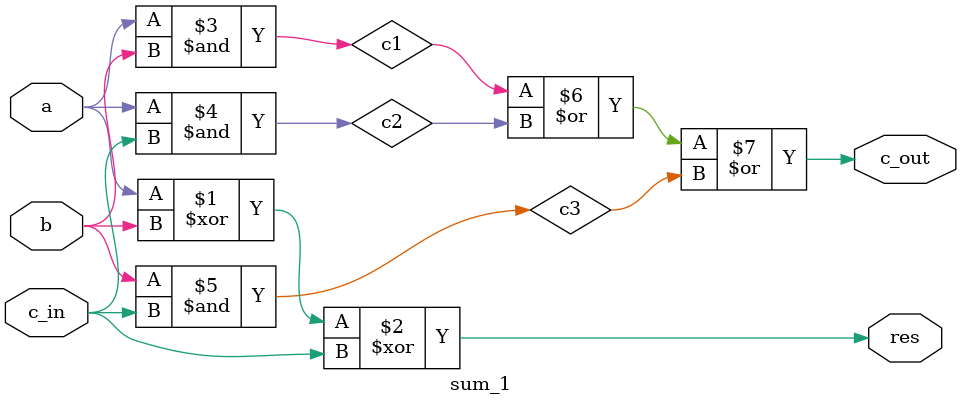
<source format=v>
module sum_1(res, c_out, a, b, c_in);

output res, c_out;
input a, b, c_in;
wire c1, c2, c3;

xor xor_1(res, a, b, c_in);
and and_1(c1, a, b);
and and_2(c2, a, c_in);
and and_3(c3, b, c_in);
or or_1(c_out, c1, c2, c3);

endmodule

</source>
